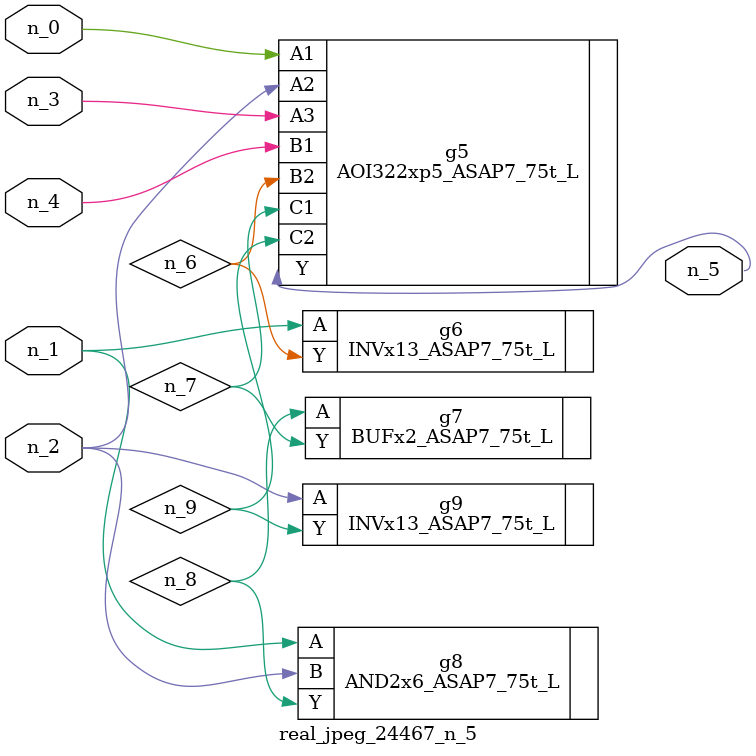
<source format=v>
module real_jpeg_24467_n_5 (n_4, n_0, n_1, n_2, n_3, n_5);

input n_4;
input n_0;
input n_1;
input n_2;
input n_3;

output n_5;

wire n_8;
wire n_6;
wire n_7;
wire n_9;

AOI322xp5_ASAP7_75t_L g5 ( 
.A1(n_0),
.A2(n_2),
.A3(n_3),
.B1(n_4),
.B2(n_6),
.C1(n_7),
.C2(n_9),
.Y(n_5)
);

INVx13_ASAP7_75t_L g6 ( 
.A(n_1),
.Y(n_6)
);

AND2x6_ASAP7_75t_L g8 ( 
.A(n_1),
.B(n_2),
.Y(n_8)
);

INVx13_ASAP7_75t_L g9 ( 
.A(n_2),
.Y(n_9)
);

BUFx2_ASAP7_75t_L g7 ( 
.A(n_8),
.Y(n_7)
);


endmodule
</source>
